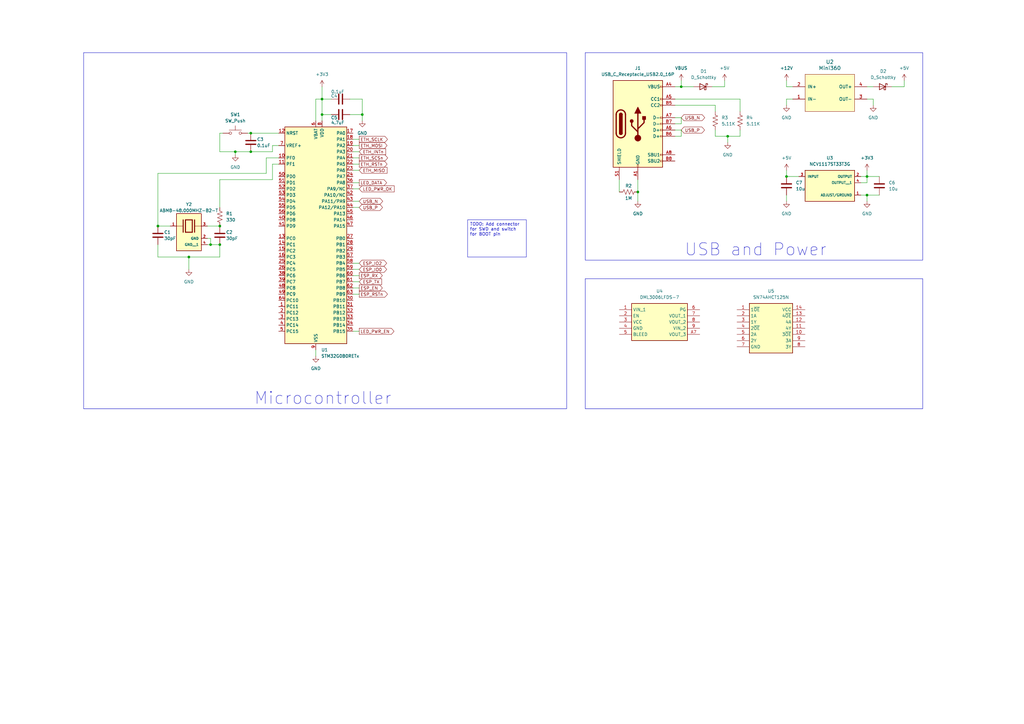
<source format=kicad_sch>
(kicad_sch (version 20230121) (generator eeschema)
  (paper "A3")
  (title_block (title "Microcontroller") (date "2024-01-11") (rev "A") (company "Joseph Ladino"))
  (lib_symbols
    (symbol "ABM8-48.000MHZ-B2-T:ABM8-48.000MHZ-B2-T" (pin_names (offset 1.016))
      (property "Reference" "Y" (at -5.08 6.35 0))
      (property "Value" "ABM8-48.000MHZ-B2-T" (at -5.1054 -12.7 0))
      (symbol "ABM8-48.000MHZ-B2-T_0_0"
        (rectangle (start -5.08 -10.16) (end 5.08 5.08) (stroke (width 0.254)) (fill (type background)))
        (polyline (pts (xy -5.08 0) (xy -2.54 0)) (stroke (width 0.1524)))
        (polyline (pts (xy -2.3368 2.54) (xy -2.3368 -2.54)) (stroke (width 0.4064)))
        (polyline (pts (xy -1.397 2.54) (xy -1.397 -2.54)) (stroke (width 0.4064)))
        (polyline (pts (xy -1.397 2.54) (xy 1.397 2.54)) (stroke (width 0.4064)))
        (polyline (pts (xy 1.397 -2.54) (xy -1.397 -2.54)) (stroke (width 0.4064)))
        (polyline (pts (xy 1.397 2.54) (xy 1.397 -2.54)) (stroke (width 0.4064)))
        (polyline (pts (xy 2.3368 2.54) (xy 2.3368 -2.54)) (stroke (width 0.4064)))
        (polyline (pts (xy 2.54 0) (xy 5.08 0)) (stroke (width 0.1524)))
        (pin passive line (at -7.62 0 0) (length 2.54) (name "~") (number "1"))
        (pin power_in line (at 7.62 -5.08 180) (length 2.54) (name "GND") (number "2"))
        (pin passive line (at 7.62 0 180) (length 2.54) (name "~") (number "3"))
        (pin power_in line (at 7.62 -7.62 180) (length 2.54) (name "GND__1") (number "4"))
      )
    )
    (symbol "Connector:USB_C_Receptacle_USB2.0_16P" (pin_names (offset 1.016))
      (property "Reference" "J" (at 0 22.225 0))
      (property "Value" "USB_C_Receptacle_USB2.0_16P" (at 0 19.685 0))
      (symbol "USB_C_Receptacle_USB2.0_16P_0_0"
        (rectangle (start -0.254 -17.78) (end 0.254 -16.764))
        (rectangle (start 10.16 -14.986) (end 9.144 -15.494))
        (rectangle (start 10.16 -12.446) (end 9.144 -12.954))
        (rectangle (start 10.16 -4.826) (end 9.144 -5.334))
        (rectangle (start 10.16 -2.286) (end 9.144 -2.794))
        (rectangle (start 10.16 0.254) (end 9.144 -0.254))
        (rectangle (start 10.16 2.794) (end 9.144 2.286))
        (rectangle (start 10.16 7.874) (end 9.144 7.366))
        (rectangle (start 10.16 10.414) (end 9.144 9.906))
        (rectangle (start 10.16 15.494) (end 9.144 14.986))
      )
      (symbol "USB_C_Receptacle_USB2.0_16P_0_1"
        (rectangle (start -10.16 17.78) (end 10.16 -17.78) (stroke (width 0.254)) (fill (type background)))
        (arc (start -8.89 -3.81) (mid -6.985 -5.7067) (end -5.08 -3.81) (stroke (width 0.508)))
        (arc (start -7.62 -3.81) (mid -6.985 -4.4423) (end -6.35 -3.81) (stroke (width 0.254)))
        (arc (start -7.62 -3.81) (mid -6.985 -4.4423) (end -6.35 -3.81) (stroke (width 0.254)) (fill (type outline)))
        (rectangle (start -7.62 -3.81) (end -6.35 3.81) (stroke (width 0.254)) (fill (type outline)))
        (arc (start -6.35 3.81) (mid -6.985 4.4423) (end -7.62 3.81) (stroke (width 0.254)))
        (arc (start -6.35 3.81) (mid -6.985 4.4423) (end -7.62 3.81) (stroke (width 0.254)) (fill (type outline)))
        (arc (start -5.08 3.81) (mid -6.985 5.7067) (end -8.89 3.81) (stroke (width 0.508)))
        (circle (center -2.54 1.143) (radius 0.635) (stroke (width 0.254)) (fill (type outline)))
        (circle (center 0 -5.842) (radius 1.27) (fill (type outline)))
        (polyline (pts (xy -8.89 -3.81) (xy -8.89 3.81)) (stroke (width 0.508)))
        (polyline (pts (xy -5.08 3.81) (xy -5.08 -3.81)) (stroke (width 0.508)))
        (polyline (pts (xy 0 -5.842) (xy 0 4.318)) (stroke (width 0.508)))
        (polyline (pts (xy 0 -3.302) (xy -2.54 -0.762) (xy -2.54 0.508)) (stroke (width 0.508)))
        (polyline (pts (xy 0 -2.032) (xy 2.54 0.508) (xy 2.54 1.778)) (stroke (width 0.508)))
        (polyline (pts (xy -1.27 4.318) (xy 0 6.858) (xy 1.27 4.318) (xy -1.27 4.318)) (stroke (width 0.254)) (fill (type outline)))
        (rectangle (start 1.905 1.778) (end 3.175 3.048) (stroke (width 0.254)) (fill (type outline)))
      )
      (symbol "USB_C_Receptacle_USB2.0_16P_1_1"
        (pin passive line (at 0 -22.86 90) (length 5.08) (name "GND") (number "A1"))
        (pin passive line (at 0 -22.86 90) (length 5.08) hide (name "GND") (number "A12"))
        (pin passive line (at 15.24 15.24 180) (length 5.08) (name "VBUS") (number "A4"))
        (pin bidirectional line (at 15.24 10.16 180) (length 5.08) (name "CC1") (number "A5"))
        (pin bidirectional line (at 15.24 -2.54 180) (length 5.08) (name "D+") (number "A6"))
        (pin bidirectional line (at 15.24 2.54 180) (length 5.08) (name "D-") (number "A7"))
        (pin bidirectional line (at 15.24 -12.7 180) (length 5.08) (name "SBU1") (number "A8"))
        (pin passive line (at 15.24 15.24 180) (length 5.08) hide (name "VBUS") (number "A9"))
        (pin passive line (at 0 -22.86 90) (length 5.08) hide (name "GND") (number "B1"))
        (pin passive line (at 0 -22.86 90) (length 5.08) hide (name "GND") (number "B12"))
        (pin passive line (at 15.24 15.24 180) (length 5.08) hide (name "VBUS") (number "B4"))
        (pin bidirectional line (at 15.24 7.62 180) (length 5.08) (name "CC2") (number "B5"))
        (pin bidirectional line (at 15.24 -5.08 180) (length 5.08) (name "D+") (number "B6"))
        (pin bidirectional line (at 15.24 0 180) (length 5.08) (name "D-") (number "B7"))
        (pin bidirectional line (at 15.24 -15.24 180) (length 5.08) (name "SBU2") (number "B8"))
        (pin passive line (at 15.24 15.24 180) (length 5.08) hide (name "VBUS") (number "B9"))
        (pin passive line (at -7.62 -22.86 90) (length 5.08) (name "SHIELD") (number "S1"))
      )
    )
    (symbol "Device:C" (pin_numbers hide) (pin_names (offset 0.254))
      (property "Reference" "C" (at 0.635 2.54 0))
      (property "Value" "C" (at 0.635 -2.54 0))
      (symbol "C_0_1"
        (polyline (pts (xy -2.032 -0.762) (xy 2.032 -0.762)) (stroke (width 0.508)))
        (polyline (pts (xy -2.032 0.762) (xy 2.032 0.762)) (stroke (width 0.508)))
      )
      (symbol "C_1_1"
        (pin passive line (at 0 3.81 270) (length 2.794) (name "~") (number "1"))
        (pin passive line (at 0 -3.81 90) (length 2.794) (name "~") (number "2"))
      )
    )
    (symbol "Device:D_Schottky" (pin_numbers hide) (pin_names (offset 1.016) hide)
      (property "Reference" "D" (at 0 2.54 0))
      (property "Value" "D_Schottky" (at 0 -2.54 0))
      (symbol "D_Schottky_0_1"
        (polyline (pts (xy 1.27 0) (xy -1.27 0)))
        (polyline (pts (xy 1.27 1.27) (xy 1.27 -1.27) (xy -1.27 0) (xy 1.27 1.27)) (stroke (width 0.254)))
        (polyline (pts (xy -1.905 0.635) (xy -1.905 1.27) (xy -1.27 1.27) (xy -1.27 -1.27) (xy -0.635 -1.27) (xy -0.635 -0.635)) (stroke (width 0.254)))
      )
      (symbol "D_Schottky_1_1"
        (pin passive line (at -3.81 0 0) (length 2.54) (name "K") (number "1"))
        (pin passive line (at 3.81 0 180) (length 2.54) (name "A") (number "2"))
      )
    )
    (symbol "Device:R_US" (pin_numbers hide) (pin_names (offset 0))
      (property "Reference" "R" (at 2.54 0 90))
      (property "Value" "R_US" (at -2.54 0 90))
      (symbol "R_US_0_1"
        (polyline (pts (xy 0 -2.286) (xy 0 -2.54)))
        (polyline (pts (xy 0 2.286) (xy 0 2.54)))
        (polyline (pts (xy 0 -0.762) (xy 1.016 -1.143) (xy 0 -1.524) (xy -1.016 -1.905) (xy 0 -2.286)))
        (polyline (pts (xy 0 0.762) (xy 1.016 0.381) (xy 0 0) (xy -1.016 -0.381) (xy 0 -0.762)))
        (polyline (pts (xy 0 2.286) (xy 1.016 1.905) (xy 0 1.524) (xy -1.016 1.143) (xy 0 0.762)))
      )
      (symbol "R_US_1_1"
        (pin passive line (at 0 3.81 270) (length 1.27) (name "~") (number "1"))
        (pin passive line (at 0 -3.81 90) (length 1.27) (name "~") (number "2"))
      )
    )
    (symbol "MCU_ST_STM32G0:STM32G0B0RETx"
      (property "Reference" "U" (at -12.7 46.99 0))
      (property "Value" "STM32G0B0RETx" (at 5.08 46.99 0))
      (symbol "STM32G0B0RETx_0_1"
        (rectangle (start -12.7 -43.18) (end 12.7 45.72) (stroke (width 0.254)) (fill (type background)))
      )
      (symbol "STM32G0B0RETx_1_1"
        (pin bidirectional line (at -15.24 -27.94 0) (length 2.54) (name "PC11") (number "1"))
        (pin bidirectional line (at -15.24 33.02 0) (length 2.54) (name "PF0") (number "10"))
        (pin bidirectional line (at -15.24 30.48 0) (length 2.54) (name "PF1") (number "11"))
        (pin input line (at -15.24 43.18 0) (length 2.54) (name "NRST") (number "12"))
        (pin bidirectional line (at -15.24 0 0) (length 2.54) (name "PC0") (number "13"))
        (pin bidirectional line (at -15.24 -2.54 0) (length 2.54) (name "PC1") (number "14"))
        (pin bidirectional line (at -15.24 -5.08 0) (length 2.54) (name "PC2") (number "15"))
        (pin bidirectional line (at -15.24 -7.62 0) (length 2.54) (name "PC3") (number "16"))
        (pin bidirectional line (at 15.24 43.18 180) (length 2.54) (name "PA0") (number "17"))
        (pin bidirectional line (at 15.24 40.64 180) (length 2.54) (name "PA1") (number "18"))
        (pin bidirectional line (at 15.24 38.1 180) (length 2.54) (name "PA2") (number "19"))
        (pin bidirectional line (at -15.24 -30.48 0) (length 2.54) (name "PC12") (number "2"))
        (pin bidirectional line (at 15.24 35.56 180) (length 2.54) (name "PA3") (number "20"))
        (pin bidirectional line (at 15.24 33.02 180) (length 2.54) (name "PA4") (number "21"))
        (pin bidirectional line (at 15.24 30.48 180) (length 2.54) (name "PA5") (number "22"))
        (pin bidirectional line (at 15.24 27.94 180) (length 2.54) (name "PA6") (number "23"))
        (pin bidirectional line (at 15.24 25.4 180) (length 2.54) (name "PA7") (number "24"))
        (pin bidirectional line (at -15.24 -10.16 0) (length 2.54) (name "PC4") (number "25"))
        (pin bidirectional line (at -15.24 -12.7 0) (length 2.54) (name "PC5") (number "26"))
        (pin bidirectional line (at 15.24 0 180) (length 2.54) (name "PB0") (number "27"))
        (pin bidirectional line (at 15.24 -2.54 180) (length 2.54) (name "PB1") (number "28"))
        (pin bidirectional line (at 15.24 -5.08 180) (length 2.54) (name "PB2") (number "29"))
        (pin bidirectional line (at -15.24 -33.02 0) (length 2.54) (name "PC13") (number "3"))
        (pin bidirectional line (at 15.24 -25.4 180) (length 2.54) (name "PB10") (number "30"))
        (pin bidirectional line (at 15.24 -27.94 180) (length 2.54) (name "PB11") (number "31"))
        (pin bidirectional line (at 15.24 -30.48 180) (length 2.54) (name "PB12") (number "32"))
        (pin bidirectional line (at 15.24 -33.02 180) (length 2.54) (name "PB13") (number "33"))
        (pin bidirectional line (at 15.24 -35.56 180) (length 2.54) (name "PB14") (number "34"))
        (pin bidirectional line (at 15.24 -38.1 180) (length 2.54) (name "PB15") (number "35"))
        (pin bidirectional line (at 15.24 22.86 180) (length 2.54) (name "PA8") (number "36"))
        (pin bidirectional line (at 15.24 20.32 180) (length 2.54) (name "PA9/NC") (number "37"))
        (pin bidirectional line (at -15.24 -15.24 0) (length 2.54) (name "PC6") (number "38"))
        (pin bidirectional line (at -15.24 -17.78 0) (length 2.54) (name "PC7") (number "39"))
        (pin bidirectional line (at -15.24 -35.56 0) (length 2.54) (name "PC14") (number "4"))
        (pin bidirectional line (at -15.24 7.62 0) (length 2.54) (name "PD8") (number "40"))
        (pin bidirectional line (at -15.24 5.08 0) (length 2.54) (name "PD9") (number "41"))
        (pin bidirectional line (at 15.24 17.78 180) (length 2.54) (name "PA10/NC") (number "42"))
        (pin bidirectional line (at 15.24 15.24 180) (length 2.54) (name "PA11/PA9") (number "43"))
        (pin bidirectional line (at 15.24 12.7 180) (length 2.54) (name "PA12/PA10") (number "44"))
        (pin bidirectional line (at 15.24 10.16 180) (length 2.54) (name "PA13") (number "45"))
        (pin bidirectional line (at 15.24 7.62 180) (length 2.54) (name "PA14") (number "46"))
        (pin bidirectional line (at 15.24 5.08 180) (length 2.54) (name "PA15") (number "47"))
        (pin bidirectional line (at -15.24 -20.32 0) (length 2.54) (name "PC8") (number "48"))
        (pin bidirectional line (at -15.24 -22.86 0) (length 2.54) (name "PC9") (number "49"))
        (pin bidirectional line (at -15.24 -38.1 0) (length 2.54) (name "PC15") (number "5"))
        (pin bidirectional line (at -15.24 25.4 0) (length 2.54) (name "PD0") (number "50"))
        (pin bidirectional line (at -15.24 22.86 0) (length 2.54) (name "PD1") (number "51"))
        (pin bidirectional line (at -15.24 20.32 0) (length 2.54) (name "PD2") (number "52"))
        (pin bidirectional line (at -15.24 17.78 0) (length 2.54) (name "PD3") (number "53"))
        (pin bidirectional line (at -15.24 15.24 0) (length 2.54) (name "PD4") (number "54"))
        (pin bidirectional line (at -15.24 12.7 0) (length 2.54) (name "PD5") (number "55"))
        (pin bidirectional line (at -15.24 10.16 0) (length 2.54) (name "PD6") (number "56"))
        (pin bidirectional line (at 15.24 -7.62 180) (length 2.54) (name "PB3") (number "57"))
        (pin bidirectional line (at 15.24 -10.16 180) (length 2.54) (name "PB4") (number "58"))
        (pin bidirectional line (at 15.24 -12.7 180) (length 2.54) (name "PB5") (number "59"))
        (pin power_in line (at 0 48.26 270) (length 2.54) (name "VBAT") (number "6"))
        (pin bidirectional line (at 15.24 -15.24 180) (length 2.54) (name "PB6") (number "60"))
        (pin bidirectional line (at 15.24 -17.78 180) (length 2.54) (name "PB7") (number "61"))
        (pin bidirectional line (at 15.24 -20.32 180) (length 2.54) (name "PB8") (number "62"))
        (pin bidirectional line (at 15.24 -22.86 180) (length 2.54) (name "PB9") (number "63"))
        (pin bidirectional line (at -15.24 -25.4 0) (length 2.54) (name "PC10") (number "64"))
        (pin input line (at -15.24 38.1 0) (length 2.54) (name "VREF+") (number "7"))
        (pin power_in line (at 2.54 48.26 270) (length 2.54) (name "VDD") (number "8"))
        (pin power_in line (at 0 -45.72 90) (length 2.54) (name "VSS") (number "9"))
      )
    )
    (symbol "NCV1117ST33T3G:NCV1117ST33T3G" (pin_names (offset 1.016))
      (property "Reference" "U" (at -10.1854 5.08 0))
      (property "Value" "NCV1117ST33T3G" (at -10.1854 -10.1854 0))
      (symbol "NCV1117ST33T3G_0_0"
        (rectangle (start -10.16 -7.62) (end 10.16 5.08) (stroke (width 0.254)) (fill (type background)))
        (pin power_in line (at 12.7 -5.08 180) (length 2.54) (name "ADJUST/GROUND") (number "1"))
        (pin output line (at 12.7 2.54 180) (length 2.54) (name "OUTPUT") (number "2"))
        (pin input line (at -12.7 2.54 0) (length 2.54) (name "INPUT") (number "3"))
        (pin output line (at 12.7 0 180) (length 2.54) (name "OUTPUT__1") (number "4"))
      )
    )
    (symbol "SamacSys_Parts:DML3006LFDS-7"
      (property "Reference" "IC" (at 29.21 7.62 0))
      (property "Value" "DML3006LFDS-7" (at 29.21 5.08 0))
      (symbol "DML3006LFDS-7_1_1"
        (rectangle (start 5.08 2.54) (end 27.94 -12.7) (stroke (width 0.254)) (fill (type background)))
        (pin passive line (at 0 0 0) (length 5.08) (name "VIN_1") (number "1"))
        (pin passive line (at 0 -2.54 0) (length 5.08) (name "EN") (number "2"))
        (pin passive line (at 0 -5.08 0) (length 5.08) (name "VCC") (number "3"))
        (pin passive line (at 0 -7.62 0) (length 5.08) (name "GND") (number "4"))
        (pin passive line (at 0 -10.16 0) (length 5.08) (name "BLEED") (number "5"))
        (pin passive line (at 33.02 0 180) (length 5.08) (name "PG") (number "6"))
        (pin passive line (at 33.02 -2.54 180) (length 5.08) (name "VOUT_1") (number "7"))
        (pin passive line (at 33.02 -5.08 180) (length 5.08) (name "VOUT_2") (number "8"))
        (pin passive line (at 33.02 -7.62 180) (length 5.08) (name "VIN_2") (number "9"))
        (pin passive line (at 33.02 -10.16 180) (length 5.08) (name "VOUT_3") (number "A7"))
      )
    )
    (symbol "SamacSys_Parts:SN74AHCT125N"
      (property "Reference" "IC" (at 24.13 7.62 0))
      (property "Value" "SN74AHCT125N" (at 24.13 5.08 0))
      (symbol "SN74AHCT125N_1_1"
        (rectangle (start 5.08 2.54) (end 22.86 -17.78) (stroke (width 0.254)) (fill (type background)))
        (pin passive line (at 0 0 0) (length 5.08) (name "1~{OE}") (number "1"))
        (pin passive line (at 27.94 -10.16 180) (length 5.08) (name "3~{OE}") (number "10"))
        (pin passive line (at 27.94 -7.62 180) (length 5.08) (name "4Y") (number "11"))
        (pin passive line (at 27.94 -5.08 180) (length 5.08) (name "4A") (number "12"))
        (pin passive line (at 27.94 -2.54 180) (length 5.08) (name "4~{OE}") (number "13"))
        (pin passive line (at 27.94 0 180) (length 5.08) (name "VCC") (number "14"))
        (pin passive line (at 0 -2.54 0) (length 5.08) (name "1A") (number "2"))
        (pin passive line (at 0 -5.08 0) (length 5.08) (name "1Y") (number "3"))
        (pin passive line (at 0 -7.62 0) (length 5.08) (name "2~{OE}") (number "4"))
        (pin passive line (at 0 -10.16 0) (length 5.08) (name "2A") (number "5"))
        (pin passive line (at 0 -12.7 0) (length 5.08) (name "2Y") (number "6"))
        (pin passive line (at 0 -15.24 0) (length 5.08) (name "GND") (number "7"))
        (pin passive line (at 27.94 -15.24 180) (length 5.08) (name "3Y") (number "8"))
        (pin passive line (at 27.94 -12.7 180) (length 5.08) (name "3A") (number "9"))
      )
    )
    (symbol "Switch:SW_Push" (pin_numbers hide) (pin_names (offset 1.016) hide)
      (property "Reference" "SW" (at 1.27 2.54 0))
      (property "Value" "SW_Push" (at 0 -1.524 0))
      (symbol "SW_Push_0_1"
        (circle (center -2.032 0) (radius 0.508))
        (polyline (pts (xy 0 1.27) (xy 0 3.048)))
        (polyline (pts (xy 2.54 1.27) (xy -2.54 1.27)))
        (circle (center 2.032 0) (radius 0.508))
        (pin passive line (at -5.08 0 0) (length 2.54) (name "1") (number "1"))
        (pin passive line (at 5.08 0 180) (length 2.54) (name "2") (number "2"))
      )
    )
    (symbol "mini 360:Mini360" (pin_names (offset 1.016))
      (property "Reference" "U" (at 0 -5.08 0))
      (property "Value" "Mini360" (at 0 5.08 0))
      (symbol "Mini360_0_1"
        (rectangle (start -10.16 7.62) (end 10.16 -7.62) (fill (type background)))
      )
      (symbol "Mini360_1_1"
        (pin power_in line (at -15.24 -2.54 0) (length 5.08) (name "IN-") (number "1"))
        (pin power_in line (at -15.24 2.54 0) (length 5.08) (name "IN+") (number "2"))
        (pin power_out line (at 15.24 -2.54 180) (length 5.08) (name "OUT-") (number "3"))
        (pin power_out line (at 15.24 2.54 180) (length 5.08) (name "OUT+") (number "4"))
      )
    )
    (symbol "power:+12V" (power) (pin_names (offset 0))
      (property "Value" "+12V" (at 0 3.556 0))
      (symbol "+12V_0_1"
        (polyline (pts (xy -0.762 1.27) (xy 0 2.54)))
        (polyline (pts (xy 0 0) (xy 0 2.54)))
        (polyline (pts (xy 0 2.54) (xy 0.762 1.27)))
      )
      (symbol "+12V_1_1"
        (pin power_in line (at 0 0 90) (length 0) hide (name "+12V") (number "1"))
      )
    )
    (symbol "power:+3V3" (power) (pin_names (offset 0))
      (property "Value" "+3V3" (at 0 3.556 0))
      (symbol "+3V3_0_1"
        (polyline (pts (xy -0.762 1.27) (xy 0 2.54)))
        (polyline (pts (xy 0 0) (xy 0 2.54)))
        (polyline (pts (xy 0 2.54) (xy 0.762 1.27)))
      )
      (symbol "+3V3_1_1"
        (pin power_in line (at 0 0 90) (length 0) hide (name "+3V3") (number "1"))
      )
    )
    (symbol "power:+5V" (power) (pin_names (offset 0))
      (property "Value" "+5V" (at 0 3.556 0))
      (symbol "+5V_0_1"
        (polyline (pts (xy -0.762 1.27) (xy 0 2.54)))
        (polyline (pts (xy 0 0) (xy 0 2.54)))
        (polyline (pts (xy 0 2.54) (xy 0.762 1.27)))
      )
      (symbol "+5V_1_1"
        (pin power_in line (at 0 0 90) (length 0) hide (name "+5V") (number "1"))
      )
    )
    (symbol "power:GND" (power) (pin_names (offset 0))
      (property "Value" "GND" (at 0 -3.81 0))
      (symbol "GND_0_1"
        (polyline (pts (xy 0 0) (xy 0 -1.27) (xy 1.27 -1.27) (xy 0 -2.54) (xy -1.27 -1.27) (xy 0 -1.27)))
      )
      (symbol "GND_1_1"
        (pin power_in line (at 0 0 270) (length 0) hide (name "GND") (number "1"))
      )
    )
    (symbol "power:VBUS" (power) (pin_names (offset 0))
      (property "Value" "VBUS" (at 0 3.81 0))
      (symbol "VBUS_0_1"
        (polyline (pts (xy -0.762 1.27) (xy 0 2.54)))
        (polyline (pts (xy 0 0) (xy 0 2.54)))
        (polyline (pts (xy 0 2.54) (xy 0.762 1.27)))
      )
      (symbol "VBUS_1_1"
        (pin power_in line (at 0 0 90) (length 0) hide (name "VBUS") (number "1"))
      )
    )
  )
  (junction (at 132.08 46.99))
  (junction (at 64.77 92.71))
  (junction (at 90.17 92.71))
  (junction (at 322.58 72.39))
  (junction (at 77.47 105.41))
  (junction (at 102.87 62.23))
  (junction (at 90.17 100.33))
  (junction (at 102.87 54.61))
  (junction (at 355.6 80.01))
  (junction (at 279.4 35.56))
  (junction (at 148.59 46.99))
  (junction (at 298.45 55.88))
  (junction (at 132.08 40.64))
  (junction (at 86.36 100.33))
  (junction (at 96.52 62.23))
  (junction (at 355.6 72.39))
  (junction (at 261.62 78.74))
  (wire (pts (xy 325.12 35.56) (xy 322.58 35.56)))
  (wire (pts (xy 261.62 73.66) (xy 261.62 78.74)))
  (wire (pts (xy 276.86 35.56) (xy 279.4 35.56)))
  (wire (pts (xy 276.86 43.18) (xy 293.37 43.18)))
  (wire (pts (xy 276.86 53.34) (xy 279.4 53.34)))
  (wire (pts (xy 102.87 62.23) (xy 111.76 62.23)))
  (wire (pts (xy 132.08 46.99) (xy 135.89 46.99)))
  (wire (pts (xy 144.78 107.95) (xy 147.32 107.95)))
  (wire (pts (xy 64.77 71.12) (xy 64.77 92.71)))
  (wire (pts (xy 129.54 40.64) (xy 129.54 49.53)))
  (wire (pts (xy 64.77 71.12) (xy 109.22 71.12)))
  (wire (pts (xy 293.37 53.34) (xy 293.37 55.88)))
  (wire (pts (xy 353.06 80.01) (xy 355.6 80.01)))
  (wire (pts (xy 90.17 54.61) (xy 90.17 62.23)))
  (wire (pts (xy 77.47 105.41) (xy 90.17 105.41)))
  (wire (pts (xy 85.09 92.71) (xy 90.17 92.71)))
  (wire (pts (xy 144.78 120.65) (xy 147.32 120.65)))
  (wire (pts (xy 86.36 97.79) (xy 86.36 100.33)))
  (wire (pts (xy 96.52 62.23) (xy 102.87 62.23)))
  (wire (pts (xy 303.53 53.34) (xy 303.53 55.88)))
  (wire (pts (xy 322.58 82.55) (xy 322.58 80.01)))
  (wire (pts (xy 292.1 35.56) (xy 297.18 35.56)))
  (wire (pts (xy 90.17 62.23) (xy 96.52 62.23)))
  (wire (pts (xy 111.76 73.66) (xy 111.76 67.31)))
  (wire (pts (xy 293.37 45.72) (xy 293.37 43.18)))
  (wire (pts (xy 132.08 40.64) (xy 135.89 40.64)))
  (wire (pts (xy 365.76 35.56) (xy 370.84 35.56)))
  (wire (pts (xy 144.78 64.77) (xy 147.32 64.77)))
  (wire (pts (xy 129.54 143.51) (xy 129.54 146.05)))
  (wire (pts (xy 90.17 100.33) (xy 90.17 105.41)))
  (wire (pts (xy 90.17 85.09) (xy 90.17 73.66)))
  (wire (pts (xy 322.58 35.56) (xy 322.58 33.02)))
  (wire (pts (xy 370.84 33.02) (xy 370.84 35.56)))
  (wire (pts (xy 143.51 46.99) (xy 148.59 46.99)))
  (wire (pts (xy 358.14 40.64) (xy 355.6 40.64)))
  (wire (pts (xy 111.76 59.69) (xy 114.3 59.69)))
  (wire (pts (xy 355.6 72.39) (xy 360.68 72.39)))
  (wire (pts (xy 144.78 82.55) (xy 147.32 82.55)))
  (wire (pts (xy 144.78 135.89) (xy 147.32 135.89)))
  (wire (pts (xy 77.47 105.41) (xy 77.47 110.49)))
  (wire (pts (xy 144.78 118.11) (xy 147.32 118.11)))
  (wire (pts (xy 276.86 40.64) (xy 303.53 40.64)))
  (wire (pts (xy 132.08 35.56) (xy 132.08 40.64)))
  (wire (pts (xy 85.09 97.79) (xy 86.36 97.79)))
  (wire (pts (xy 358.14 40.64) (xy 358.14 43.18)))
  (wire (pts (xy 148.59 40.64) (xy 148.59 46.99)))
  (wire (pts (xy 254 78.74) (xy 254 73.66)))
  (wire (pts (xy 148.59 46.99) (xy 148.59 49.53)))
  (wire (pts (xy 355.6 80.01) (xy 355.6 82.55)))
  (wire (pts (xy 297.18 33.02) (xy 297.18 35.56)))
  (wire (pts (xy 279.4 55.88) (xy 276.86 55.88)))
  (wire (pts (xy 64.77 92.71) (xy 69.85 92.71)))
  (wire (pts (xy 90.17 73.66) (xy 111.76 73.66)))
  (wire (pts (xy 279.4 50.8) (xy 279.4 48.26)))
  (wire (pts (xy 144.78 67.31) (xy 147.32 67.31)))
  (wire (pts (xy 85.09 100.33) (xy 86.36 100.33)))
  (wire (pts (xy 355.6 80.01) (xy 360.68 80.01)))
  (wire (pts (xy 109.22 64.77) (xy 114.3 64.77)))
  (wire (pts (xy 276.86 50.8) (xy 279.4 50.8)))
  (wire (pts (xy 355.6 35.56) (xy 358.14 35.56)))
  (wire (pts (xy 279.4 35.56) (xy 284.48 35.56)))
  (wire (pts (xy 129.54 40.64) (xy 132.08 40.64)))
  (wire (pts (xy 298.45 55.88) (xy 298.45 58.42)))
  (wire (pts (xy 96.52 62.23) (xy 96.52 63.5)))
  (wire (pts (xy 90.17 54.61) (xy 91.44 54.61)))
  (wire (pts (xy 355.6 74.93) (xy 355.6 72.39)))
  (wire (pts (xy 261.62 78.74) (xy 261.62 82.55)))
  (wire (pts (xy 293.37 55.88) (xy 298.45 55.88)))
  (wire (pts (xy 86.36 100.33) (xy 90.17 100.33)))
  (wire (pts (xy 64.77 100.33) (xy 64.77 105.41)))
  (wire (pts (xy 132.08 46.99) (xy 132.08 49.53)))
  (wire (pts (xy 322.58 69.85) (xy 322.58 72.39)))
  (wire (pts (xy 298.45 55.88) (xy 303.53 55.88)))
  (wire (pts (xy 77.47 105.41) (xy 64.77 105.41)))
  (wire (pts (xy 144.78 57.15) (xy 147.32 57.15)))
  (wire (pts (xy 132.08 40.64) (xy 132.08 46.99)))
  (wire (pts (xy 322.58 40.64) (xy 322.58 43.18)))
  (wire (pts (xy 143.51 40.64) (xy 148.59 40.64)))
  (wire (pts (xy 109.22 71.12) (xy 109.22 64.77)))
  (wire (pts (xy 355.6 69.85) (xy 355.6 72.39)))
  (wire (pts (xy 144.78 62.23) (xy 147.32 62.23)))
  (wire (pts (xy 322.58 72.39) (xy 327.66 72.39)))
  (wire (pts (xy 102.87 54.61) (xy 114.3 54.61)))
  (wire (pts (xy 355.6 72.39) (xy 353.06 72.39)))
  (wire (pts (xy 144.78 85.09) (xy 147.32 85.09)))
  (wire (pts (xy 111.76 62.23) (xy 111.76 59.69)))
  (wire (pts (xy 144.78 77.47) (xy 147.32 77.47)))
  (wire (pts (xy 276.86 48.26) (xy 279.4 48.26)))
  (wire (pts (xy 101.6 54.61) (xy 102.87 54.61)))
  (wire (pts (xy 353.06 74.93) (xy 355.6 74.93)))
  (wire (pts (xy 303.53 45.72) (xy 303.53 40.64)))
  (wire (pts (xy 325.12 40.64) (xy 322.58 40.64)))
  (wire (pts (xy 279.4 35.56) (xy 279.4 33.02)))
  (wire (pts (xy 144.78 115.57) (xy 147.32 115.57)))
  (wire (pts (xy 111.76 67.31) (xy 114.3 67.31)))
  (wire (pts (xy 144.78 113.03) (xy 147.32 113.03)))
  (wire (pts (xy 279.4 53.34) (xy 279.4 55.88)))
  (wire (pts (xy 144.78 74.93) (xy 147.32 74.93)))
  (wire (pts (xy 144.78 110.49) (xy 147.32 110.49)))
  (wire (pts (xy 144.78 69.85) (xy 147.32 69.85)))
  (wire (pts (xy 144.78 59.69) (xy 147.32 59.69)))
  (rectangle (start 240.03 21.59) (end 378.46 106.68))
  (rectangle (start 240.03 114.3) (end 378.46 167.64))
  (rectangle (start 34.29 21.59) (end 232.41 167.64))
  (text_box "TODO: Add connector for SWD and switch for BOOT pin\n" (at 191.77 90.17 0) (size 24.13 15.24) (effects (font (size 1.27 1.27)) (justify left top)))
  (text "USB and Power" (at 280.67 105.41 0) (effects (font (size 5 5)) (justify left bottom)))
  (text "Microcontroller" (at 104.14 166.37 0) (effects (font (size 5 5)) (justify left bottom)))
  (global_label "ETH_RSTn" (shape output) (at 147.32 67.31 0) (property "Intersheetrefs" "${INTERSHEET_REFS}" (effects hide)))
  (global_label "ESP_RSTn" (shape output) (at 147.32 120.65 0) (property "Intersheetrefs" "${INTERSHEET_REFS}" (effects hide)))
  (global_label "ETH_SCSn" (shape output) (at 147.32 64.77 0) (property "Intersheetrefs" "${INTERSHEET_REFS}" (effects hide)))
  (global_label "ETH_INTn" (shape input) (at 147.32 62.23 0) (property "Intersheetrefs" "${INTERSHEET_REFS}" (effects hide)))
  (global_label "ETH_MOSI" (shape output) (at 147.32 59.69 0) (property "Intersheetrefs" "${INTERSHEET_REFS}" (effects hide)))
  (global_label "ESP_TX" (shape input) (at 147.32 115.57 0) (property "Intersheetrefs" "${INTERSHEET_REFS}" (effects hide)))
  (global_label "LED_PWR_OK" (shape input) (at 147.32 77.47 0) (property "Intersheetrefs" "${INTERSHEET_REFS}" (effects hide)))
  (global_label "ESP_RX" (shape output) (at 147.32 113.03 0) (property "Intersheetrefs" "${INTERSHEET_REFS}" (effects hide)))
  (global_label "ESP_IO0" (shape bidirectional) (at 147.32 110.49 0) (property "Intersheetrefs" "${INTERSHEET_REFS}" (effects hide)))
  (global_label "USB_P" (shape bidirectional) (at 147.32 85.09 0) (property "Intersheetrefs" "${INTERSHEET_REFS}" (effects hide)))
  (global_label "USB_N" (shape bidirectional) (at 279.4 48.26 0) (property "Intersheetrefs" "${INTERSHEET_REFS}" (effects hide)))
  (global_label "ETH_MISO" (shape input) (at 147.32 69.85 0) (property "Intersheetrefs" "${INTERSHEET_REFS}" (effects hide)))
  (global_label "USB_N" (shape bidirectional) (at 147.32 82.55 0) (property "Intersheetrefs" "${INTERSHEET_REFS}" (effects hide)))
  (global_label "LED_DATA" (shape output) (at 147.32 74.93 0) (property "Intersheetrefs" "${INTERSHEET_REFS}" (effects hide)))
  (global_label "ESP_EN" (shape output) (at 147.32 118.11 0) (property "Intersheetrefs" "${INTERSHEET_REFS}" (effects hide)))
  (global_label "ESP_IO2" (shape bidirectional) (at 147.32 107.95 0) (property "Intersheetrefs" "${INTERSHEET_REFS}" (effects hide)))
  (global_label "USB_P" (shape bidirectional) (at 279.4 53.34 0) (property "Intersheetrefs" "${INTERSHEET_REFS}" (effects hide)))
  (global_label "ETH_SCLK" (shape output) (at 147.32 57.15 0) (property "Intersheetrefs" "${INTERSHEET_REFS}" (effects hide)))
  (global_label "LED_PWR_EN" (shape output) (at 147.32 135.89 0) (property "Intersheetrefs" "${INTERSHEET_REFS}" (effects hide)))
  (symbol (lib_id "Device:C") (at 360.68 76.2 0) (unit 1)
    (property "Reference" "C6" (at 364.49 74.93 0) (effects (justify left)))
    (property "Value" "10u" (at 364.49 77.47 0) (effects (justify left)))
  )
  (symbol (lib_id "power:+3V3") (at 132.08 35.56 0) (unit 1)
    (property "Reference" "#PWR03" (effects hide))
    (property "Value" "+3V3" (at 132.08 30.48 0))
  )
  (symbol (lib_id "NCV1117ST33T3G:NCV1117ST33T3G") (at 340.36 74.93 0) (unit 1)
    (property "Reference" "U3" (at 340.36 64.77 0))
    (property "Value" "NCV1117ST33T3G" (at 340.36 67.31 0))
    (property "Footprint" "SnapEDA Library:SOT230P700X180-4N" (effects hide))
    (property "MANUFACTURER" "ON SEMICONDUCTOR" (effects hide))
  )
  (symbol (lib_id "Device:C") (at 139.7 40.64 90) (unit 1)
    (property "Reference" "C4" (at 138.43 39.37 90) (effects (justify left)))
    (property "Value" "0.1uF" (at 141.2625 37.6073 90) (effects (justify left)))
  )
  (symbol (lib_id "Device:R_US") (at 257.81 78.74 90) (unit 1)
    (property "Reference" "R2" (at 257.81 76.2 90))
    (property "Value" "1M" (at 257.81 81.28 90))
  )
  (symbol (lib_id "power:+5V") (at 370.84 33.02 0) (unit 1)
    (property "Reference" "#PWR016" (effects hide))
    (property "Value" "+5V" (at 370.84 27.94 0))
  )
  (symbol (lib_id "Device:D_Schottky") (at 361.95 35.56 0) (mirror y) (unit 1)
    (property "Reference" "D2" (at 362.2675 29.21 0))
    (property "Value" "D_Schottky" (at 362.2675 31.75 0))
  )
  (symbol (lib_id "power:GND") (at 322.58 43.18 0) (unit 1)
    (property "Reference" "#PWR012" (effects hide))
    (property "Value" "GND" (at 322.58 48.26 0))
  )
  (symbol (lib_id "power:GND") (at 148.59 49.53 0) (unit 1)
    (property "Reference" "#PWR04" (effects hide))
    (property "Value" "GND" (at 148.59 54.61 0))
  )
  (symbol (lib_id "power:+5V") (at 297.18 33.02 0) (unit 1)
    (property "Reference" "#PWR015" (effects hide))
    (property "Value" "+5V" (at 297.18 27.94 0))
  )
  (symbol (lib_id "Device:R_US") (at 90.17 88.9 180) (unit 1)
    (property "Reference" "R1" (at 92.71 87.63 0) (effects (justify right)))
    (property "Value" "330" (at 92.71 90.17 0) (effects (justify right)))
  )
  (symbol (lib_id "power:GND") (at 355.6 82.55 0) (unit 1)
    (property "Reference" "#PWR010" (effects hide))
    (property "Value" "GND" (at 355.6 87.63 0))
  )
  (symbol (lib_id "Device:C") (at 139.7 46.99 90) (unit 1)
    (property "Reference" "C5" (at 138.43 48.26 90) (effects (justify left)))
    (property "Value" "4.7uF" (at 141.2625 50.3073 90) (effects (justify left)))
  )
  (symbol (lib_id "Device:D_Schottky") (at 288.29 35.56 0) (mirror y) (unit 1)
    (property "Reference" "D1" (at 288.6075 29.21 0))
    (property "Value" "D_Schottky" (at 288.6075 31.75 0))
  )
  (symbol (lib_id "Device:C") (at 90.17 96.52 0) (unit 1)
    (property "Reference" "C2" (at 92.71 95.25 0) (effects (justify left)))
    (property "Value" "30pF" (at 92.71 97.79 0) (effects (justify left)))
  )
  (symbol (lib_id "power:GND") (at 261.62 82.55 0) (unit 1)
    (property "Reference" "#PWR06" (effects hide))
    (property "Value" "GND" (at 261.62 87.63 0))
  )
  (symbol (lib_id "Device:C") (at 322.58 76.2 0) (unit 1)
    (property "Reference" "C7" (at 326.39 74.93 0) (effects (justify left)))
    (property "Value" "10u" (at 326.39 77.47 0) (effects (justify left)))
  )
  (symbol (lib_id "power:GND") (at 96.52 63.5 0) (unit 1)
    (property "Reference" "#PWR02" (effects hide))
    (property "Value" "GND" (at 96.52 68.58 0))
  )
  (symbol (lib_id "SamacSys_Parts:DML3006LFDS-7") (at 254 127 0) (unit 1)
    (property "Reference" "U4" (at 270.51 119.38 0))
    (property "Value" "DML3006LFDS-7" (at 270.51 121.92 0))
    (property "Footprint" "SamacSys_Parts:DML3006LFDS7" (effects hide))
    (property "Height" "0.9" (effects hide))
    (property "Mouser Part Number" "621-DML3006LFDS-7" (effects hide))
    (property "Mouser Price/Stock" "https://www.mouser.co.uk/ProductDetail/Diodes-Incorporated/DML3006LFDS-7?qs=YCa%2FAAYMW01AVvNLyFJLCQ%3D%3D" (effects hide))
    (property "Manufacturer_Name" "Diodes Incorporated" (effects hide))
    (property "Manufacturer_Part_Number" "DML3006LFDS-7" (effects hide))
  )
  (symbol (lib_id "Switch:SW_Push") (at 96.52 54.61 0) (unit 1)
    (property "Reference" "SW1" (at 96.52 46.99 0))
    (property "Value" "SW_Push" (at 96.52 49.53 0))
  )
  (symbol (lib_id "Device:R_US") (at 303.53 49.53 0) (unit 1)
    (property "Reference" "R4" (at 306.07 48.26 0) (effects (justify left)))
    (property "Value" "5.11K" (at 306.07 50.8 0) (effects (justify left)))
  )
  (symbol (lib_id "power:GND") (at 129.54 146.05 0) (unit 1)
    (property "Reference" "#PWR05" (effects hide))
    (property "Value" "GND" (at 129.54 151.13 0))
  )
  (symbol (lib_id "Device:R_US") (at 293.37 49.53 0) (unit 1)
    (property "Reference" "R3" (at 295.91 48.26 0) (effects (justify left)))
    (property "Value" "5.11K" (at 295.91 50.8 0) (effects (justify left)))
  )
  (symbol (lib_id "ABM8-48.000MHZ-B2-T:ABM8-48.000MHZ-B2-T") (at 77.47 92.71 0) (unit 1)
    (property "Reference" "Y2" (at 77.47 83.82 0))
    (property "Value" "ABM8-48.000MHZ-B2-T" (at 77.47 86.36 0))
    (property "Footprint" "SnapEDA Library:XTAL_ABM8-48.000MHZ-B2-T" (effects hide))
    (property "PARTREV" "44041" (effects hide))
    (property "STANDARD" "Manufacturer Recommendations" (effects hide))
    (property "MAXIMUM_PACKAGE_HEIGHT" "0.8 mm" (effects hide))
    (property "MANUFACTURER" "Abracon" (effects hide))
  )
  (symbol (lib_id "power:VBUS") (at 279.4 33.02 0) (unit 1)
    (property "Reference" "#PWR08" (effects hide))
    (property "Value" "VBUS" (at 279.4 27.94 0))
  )
  (symbol (lib_id "power:+3V3") (at 355.6 69.85 0) (unit 1)
    (property "Reference" "#PWR09" (effects hide))
    (property "Value" "+3V3" (at 355.6 64.77 0))
  )
  (symbol (lib_id "MCU_ST_STM32G0:STM32G0B0RETx") (at 129.54 97.79 0) (unit 1)
    (property "Reference" "U1" (at 131.7341 143.51 0) (effects (justify left)))
    (property "Value" "STM32G0B0RETx" (at 131.7341 146.05 0) (effects (justify left)))
    (property "Footprint" "Package_QFP:LQFP-64_10x10mm_P0.5mm" (effects hide))
    (property "Datasheet" "https://www.st.com/resource/en/datasheet/stm32g0b0re.pdf" (effects hide))
  )
  (symbol (lib_id "power:+12V") (at 322.58 33.02 0) (unit 1)
    (property "Reference" "#PWR013" (effects hide))
    (property "Value" "+12V" (at 322.58 27.94 0))
  )
  (symbol (lib_id "power:+5V") (at 322.58 69.85 0) (unit 1)
    (property "Reference" "#PWR017" (effects hide))
    (property "Value" "+5V" (at 322.58 64.77 0))
  )
  (symbol (lib_id "Device:C") (at 64.77 96.52 0) (unit 1)
    (property "Reference" "C1" (at 67.31 95.25 0) (effects (justify left)))
    (property "Value" "30pF" (at 67.31 97.79 0) (effects (justify left)))
  )
  (symbol (lib_id "power:GND") (at 322.58 82.55 0) (unit 1)
    (property "Reference" "#PWR011" (effects hide))
    (property "Value" "GND" (at 322.58 87.63 0))
  )
  (symbol (lib_id "power:GND") (at 358.14 43.18 0) (unit 1)
    (property "Reference" "#PWR014" (effects hide))
    (property "Value" "GND" (at 358.14 48.26 0))
  )
  (symbol (lib_id "Connector:USB_C_Receptacle_USB2.0_16P") (at 261.62 50.8 0) (unit 1)
    (property "Reference" "J1" (at 261.62 27.94 0))
    (property "Value" "USB_C_Receptacle_USB2.0_16P" (at 261.62 30.48 0))
    (property "Footprint" "Connector_USB:USB_C_Receptacle_Amphenol_12401610E4-2A" (effects hide))
    (property "Datasheet" "https://www.usb.org/sites/default/files/documents/usb_type-c.zip" (effects hide))
  )
  (symbol (lib_id "Device:C") (at 102.87 58.42 0) (unit 1)
    (property "Reference" "C3" (at 105.41 57.15 0) (effects (justify left)))
    (property "Value" "0.1uF" (at 105.41 59.69 0) (effects (justify left)))
  )
  (symbol (lib_id "power:GND") (at 298.45 58.42 0) (unit 1)
    (property "Reference" "#PWR07" (effects hide))
    (property "Value" "GND" (at 298.45 63.5 0))
  )
  (symbol (lib_id "SamacSys_Parts:SN74AHCT125N") (at 302.26 127 0) (unit 1)
    (property "Reference" "U5" (at 316.23 119.38 0))
    (property "Value" "SN74AHCT125N" (at 316.23 121.92 0))
    (property "Footprint" "SamacSys_Parts:DIP794W53P254L1930H508Q14N" (effects hide))
    (property "Datasheet" "http://www.ti.com/lit/gpn/sn74ahct125" (effects hide))
    (property "Height" "5.08" (effects hide))
    (property "Manufacturer_Name" "Texas Instruments" (effects hide))
    (property "Manufacturer_Part_Number" "SN74AHCT125N" (effects hide))
    (property "Mouser Part Number" "595-SN74AHCT125N" (effects hide))
    (property "Mouser Price/Stock" "https://www.mouser.co.uk/ProductDetail/Texas-Instruments/SN74AHCT125N?qs=1wQRf3HkBjyxwrHMwAiMfw%3D%3D" (effects hide))
    (property "Arrow Part Number" "SN74AHCT125N" (effects hide))
    (property "Arrow Price/Stock" "https://www.arrow.com/en/products/sn74ahct125n/texas-instruments?region=nac" (effects hide))
  )
  (symbol (lib_id "power:GND") (at 77.47 110.49 0) (unit 1)
    (property "Reference" "#PWR01" (effects hide))
    (property "Value" "GND" (at 77.47 115.57 0))
  )
  (symbol (lib_id "mini 360:Mini360") (at 340.36 38.1 0) (unit 1)
    (property "Reference" "U2" (at 340.36 25.4 0) (effects (font (size 1.524 1.524))))
    (property "Value" "Mini360" (at 340.36 27.94 0) (effects (font (size 1.524 1.524))))
    (property "Footprint" "Mini360_step-down:Mini360_step-down" (effects hide))
  )
)
</source>
